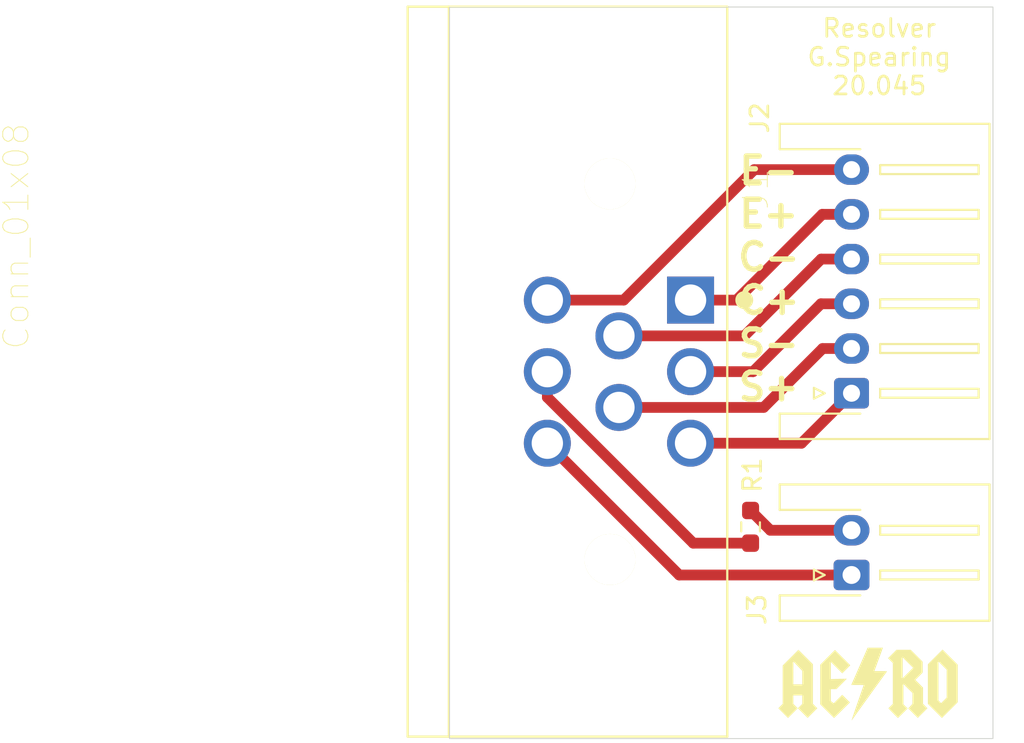
<source format=kicad_pcb>
(kicad_pcb (version 20211014) (generator pcbnew)
  (layers (0 "F.Cu" signal) (31 "B.Cu" signal) (34 "B.Paste" user) (35 "F.Paste" user) (36 "B.SilkS" user "B.Silkscreen") (37 "F.SilkS" user "F.Silkscreen") (38 "B.Mask" user) (39 "F.Mask" user) (44 "Edge.Cuts" user))
  (net 0 "")
  (net 1 "/TEMP-")
  (net 2 "/TEMP+")
  (net 3 "/COS-")
  (net 4 "/SIN-")
  (net 5 "/COS+")
  (net 6 "/SIN+")
  (net 7 "/EXT-")
  (net 8 "/EXT+")
  (net 9 "+5V")
  (footprint "Connector_JST:JST_XH_S2B-XH-A-1_1x02_P2.50mm_Horizontal" (layer "F.Cu") (at 144.4996 80.39 90)
    (fp_text reference "J3" (at -1.9304 -5.2832 90) (layer "F.SilkS"))
    (fp_text value "Conn_01x02")
    (fp_line (start 2.75 7.1) (end 2.75 1.6) (layer "F.SilkS") (width 0.12))
    (fp_line (start 5.06 7.71) (end 5.06 -4.01) (layer "F.SilkS") (width 0.12))
    (fp_line (start 1.25 7.71) (end 5.06 7.71) (layer "F.SilkS") (width 0.12))
    (fp_line (start -0.25 1.6) (end -0.25 7.1) (layer "F.SilkS") (width 0.12))
    (fp_line (start 2.25 7.1) (end 2.75 7.1) (layer "F.SilkS") (width 0.12))
    (fp_line (start -0.25 7.1) (end 0.25 7.1) (layer "F.SilkS") (width 0.12))
    (fp_line (start -2.56 7.71) (end -2.56 -4.01) (layer "F.SilkS") (width 0.12))
    (fp_line (start 0.3 -2.1) (end 0 -1.5) (layer "F.SilkS") (width 0.12))
    (fp_line (start 0 -1.5) (end -0.3 -2.1) (layer "F.SilkS") (width 0.12))
    (fp_line (start -0.3 -2.1) (end 0.3 -2.1) (layer "F.SilkS") (width 0.12))
    (fp_line (start -2.56 -4.01) (end -1.14 -4.01) (layer "F.SilkS") (width 0.12))
    (fp_line (start -1.14 -4.01) (end -1.14 0.49) (layer "F.SilkS") (width 0.12))
    (fp_line (start 3.64 -4.01) (end 3.64 0.49) (layer "F.SilkS") (width 0.12))
    (fp_line (start 2.25 1.6) (end 2.25 7.1) (layer "F.SilkS") (width 0.12))
    (fp_line (start 2.75 1.6) (end 2.25 1.6) (layer "F.SilkS") (width 0.12))
    (fp_line (start 0.25 1.6) (end -0.25 1.6) (layer "F.SilkS") (width 0.12))
    (fp_line (start 0.25 7.1) (end 0.25 1.6) (layer "F.SilkS") (width 0.12))
    (fp_line (start 1.25 7.71) (end -2.56 7.71) (layer "F.SilkS") (width 0.12))
    (fp_line (start 5.06 -4.01) (end 3.64 -4.01) (layer "F.SilkS") (width 0.12))
    (pad "1" thru_hole roundrect (at 0 0 90) (size 1.7 2) (drill 1) (layers *.Cu *.Mask) (roundrect_rratio 0.147059) (net 1 "/TEMP-"))
    (pad "2" thru_hole oval (at 2.5 0 90) (size 1.7 2) (drill 1) (layers *.Cu *.Mask) (net 2 "/TEMP+"))
  )
  (footprint "Resistor_SMD:R_0603_1608Metric_Pad0.98x0.95mm_HandSolder" (layer "F.Cu") (at 138.8608 77.6976 90)
    (fp_text reference "R1" (at 2.8956 0.1016 90) (layer "F.SilkS"))
    (fp_text value "R")
    (fp_line (start -0.254724 -0.5225) (end 0.254724 -0.5225) (layer "F.SilkS") (width 0.12))
    (fp_line (start -0.254724 0.5225) (end 0.254724 0.5225) (layer "F.SilkS") (width 0.12))
    (pad "1" smd roundrect (at -0.9125 0 90) (size 0.975 0.95) (layers "F.Cu" "F.Paste" "F.Mask") (net 9 "+5V"))
    (pad "2" smd roundrect (at 0.9125 0 90) (size 0.975 0.95) (layers "F.Cu" "F.Paste" "F.Mask") (net 2 "/TEMP+"))
  )
  (footprint "Connector_JST:JST_XH_S6B-XH-A-1_1x06_P2.50mm_Horizontal" (layer "F.Cu") (at 144.4996 70.23 90)
    (fp_text reference "J2" (at 15.3924 -5.1308 90) (layer "F.SilkS"))
    (fp_text value "Conn_01x06")
    (fp_line (start 7.25 1.6) (end 7.25 7.1) (layer "F.SilkS") (width 0.12))
    (fp_line (start 12.75 7.1) (end 12.75 1.6) (layer "F.SilkS") (width 0.12))
    (fp_line (start -0.25 7.1) (end 0.25 7.1) (layer "F.SilkS") (width 0.12))
    (fp_line (start 12.75 1.6) (end 12.25 1.6) (layer "F.SilkS") (width 0.12))
    (fp_line (start 10.25 1.6) (end 9.75 1.6) (layer "F.SilkS") (width 0.12))
    (fp_line (start 15.06 7.71) (end 15.06 -4.01) (layer "F.SilkS") (width 0.12))
    (fp_line (start 9.75 1.6) (end 9.75 7.1) (layer "F.SilkS") (width 0.12))
    (fp_line (start 2.75 1.6) (end 2.25 1.6) (layer "F.SilkS") (width 0.12))
    (fp_line (start 0.3 -2.1) (end 0 -1.5) (layer "F.SilkS") (width 0.12))
    (fp_line (start 6.25 7.71) (end -2.56 7.71) (layer "F.SilkS") (width 0.12))
    (fp_line (start -0.3 -2.1) (end 0.3 -2.1) (layer "F.SilkS") (width 0.12))
    (fp_line (start 4.75 7.1) (end 5.25 7.1) (layer "F.SilkS") (width 0.12))
    (fp_line (start 7.25 7.1) (end 7.75 7.1) (layer "F.SilkS") (width 0.12))
    (fp_line (start 9.75 7.1) (end 10.25 7.1) (layer "F.SilkS") (width 0.12))
    (fp_line (start 12.25 7.1) (end 12.75 7.1) (layer "F.SilkS") (width 0.12))
    (fp_line (start -0.25 1.6) (end -0.25 7.1) (layer "F.SilkS") (width 0.12))
    (fp_line (start 7.75 1.6) (end 7.25 1.6) (layer "F.SilkS") (width 0.12))
    (fp_line (start -2.56 7.71) (end -2.56 -4.01) (layer "F.SilkS") (width 0.12))
    (fp_line (start 7.75 7.1) (end 7.75 1.6) (layer "F.SilkS") (width 0.12))
    (fp_line (start 10.25 7.1) (end 10.25 1.6) (layer "F.SilkS") (width 0.12))
    (fp_line (start 2.75 7.1) (end 2.75 1.6) (layer "F.SilkS") (width 0.12))
    (fp_line (start -1.14 -4.01) (end -1.14 0.49) (layer "F.SilkS") (width 0.12))
    (fp_line (start -2.56 -4.01) (end -1.14 -4.01) (layer "F.SilkS") (width 0.12))
    (fp_line (start 5.25 1.6) (end 4.75 1.6) (layer "F.SilkS") (width 0.12))
    (fp_line (start 0.25 7.1) (end 0.25 1.6) (layer "F.SilkS") (width 0.12))
    (fp_line (start 4.75 1.6) (end 4.75 7.1) (layer "F.SilkS") (width 0.12))
    (fp_line (start 0 -1.5) (end -0.3 -2.1) (layer "F.SilkS") (width 0.12))
    (fp_line (start 6.25 7.71) (end 15.06 7.71) (layer "F.SilkS") (width 0.12))
    (fp_line (start 5.25 7.1) (end 5.25 1.6) (layer "F.SilkS") (width 0.12))
    (fp_line (start 2.25 1.6) (end 2.25 7.1) (layer "F.SilkS") (width 0.12))
    (fp_line (start 15.06 -4.01) (end 13.64 -4.01) (layer "F.SilkS") (width 0.12))
    (fp_line (start 13.64 -4.01) (end 13.64 0.49) (layer "F.SilkS") (width 0.12))
    (fp_line (start 0.25 1.6) (end -0.25 1.6) (layer "F.SilkS") (width 0.12))
    (fp_line (start 12.25 1.6) (end 12.25 7.1) (layer "F.SilkS") (width 0.12))
    (fp_line (start 2.25 7.1) (end 2.75 7.1) (layer "F.SilkS") (width 0.12))
    (pad "1" thru_hole roundrect (at 0 0 90) (size 1.7 1.95) (drill 0.95) (layers *.Cu *.Mask) (roundrect_rratio 0.147059) (net 6 "/SIN+"))
    (pad "2" thru_hole oval (at 2.5 0 90) (size 1.7 1.95) (drill 0.95) (layers *.Cu *.Mask) (net 4 "/SIN-"))
    (pad "3" thru_hole oval (at 5 0 90) (size 1.7 1.95) (drill 0.95) (layers *.Cu *.Mask) (net 5 "/COS+"))
    (pad "4" thru_hole oval (at 7.5 0 90) (size 1.7 1.95) (drill 0.95) (layers *.Cu *.Mask) (net 3 "/COS-"))
    (pad "5" thru_hole oval (at 10 0 90) (size 1.7 1.95) (drill 0.95) (layers *.Cu *.Mask) (net 8 "/EXT+"))
    (pad "6" thru_hole oval (at 12.5 0 90) (size 1.7 1.95) (drill 0.95) (layers *.Cu *.Mask) (net 7 "/EXT-"))
  )
  (footprint "AERO_Footprints:TE_1-776280-1_8pin_Horizontal" (layer "F.Cu") (at 131.008 69.024 -90)
    (fp_text reference "J1" (at -10.1999 -8.14372 90) (layer "F.SilkS") (effects (font (size 1.40081 1.40081) (thickness 0.05))))
    (fp_text value "Conn_01x08" (at -7.56757 33.1663 90) (layer "F.SilkS") (effects (font (size 1.40234 1.40234) (thickness 0.05))))
    (fp_text user "PCB~{EDGE}" (at -4.00474 8.51007 90) (layer "Edge.Cuts") (effects (font (thickness 0.05))))
    (fp_line (start 20.4 -6.55) (end 20.4 9) (layer "F.SilkS") (width 0.127))
    (fp_line (start -20.4 -6.55) (end 20.4 -6.55) (layer "F.SilkS") (width 0.127))
    (fp_line (start 20.4 11.3) (end 11.7 11.3) (layer "F.SilkS") (width 0.127))
    (fp_line (start -20.4 9) (end -20.4 -6.55) (layer "F.SilkS") (width 0.127))
    (fp_line (start 11.7 11.3) (end -20.4 11.3) (layer "F.SilkS") (width 0.127))
    (fp_line (start 20.4 9) (end -20.4 9) (layer "F.SilkS") (width 0.127))
    (fp_line (start -20.4 11.3) (end -20.4 9) (layer "F.SilkS") (width 0.127))
    (fp_line (start 20.4 9) (end 20.4 11.3) (layer "F.SilkS") (width 0.127))
    (fp_circle (center -4 -7.5) (end -3.75 -7.5) (layer "F.SilkS") (width 0.5) (fill none))
    (pad "" np_thru_hole circle (at -10.5 0 270) (size 2.85 2.85) (drill 2.85) (layers *.Cu *.Mask "F.SilkS"))
    (pad "" np_thru_hole circle (at 10.5 0 270) (size 2.85 2.85) (drill 2.85) (layers *.Cu *.Mask "F.SilkS"))
    (pad "1" thru_hole rect (at -4 -4.5 270) (size 2.625 2.625) (drill 1.75) (layers *.Cu *.Mask) (net 8 "/EXT+"))
    (pad "2" thru_hole circle (at 0 -4.5 270) (size 2.625 2.625) (drill 1.75) (layers *.Cu *.Mask) (net 5 "/COS+"))
    (pad "3" thru_hole circle (at 4 -4.5 270) (size 2.625 2.625) (drill 1.75) (layers *.Cu *.Mask) (net 6 "/SIN+"))
    (pad "4" thru_hole circle (at -2 -0.5 270) (size 2.625 2.625) (drill 1.75) (layers *.Cu *.Mask) (net 3 "/COS-"))
    (pad "5" thru_hole circle (at 2 -0.5 270) (size 2.625 2.625) (drill 1.75) (layers *.Cu *.Mask) (net 4 "/SIN-"))
    (pad "6" thru_hole circle (at -4 3.5 270) (size 2.625 2.625) (drill 1.75) (layers *.Cu *.Mask) (net 7 "/EXT-"))
    (pad "7" thru_hole circle (at 0 3.5 270) (size 2.625 2.625) (drill 1.75) (layers *.Cu *.Mask) (net 9 "+5V"))
    (pad "8" thru_hole circle (at 4 3.5 270) (size 2.625 2.625) (drill 1.75) (layers *.Cu *.Mask) (net 1 "/TEMP-"))
  )
  (footprint "AERO_Footprints:AERO_Logo_10x4mm" (layer "F.Cu") (at 145.415 86.487)
    (fp_text reference "G***" hide)
    (fp_text value "LOGO" hide)
    (fp_poly (pts (xy 0.594221 -1.374862) (xy 0.354968 -0.722385) (xy 0.717059 -0.722385) (xy 0.853644 -0.722106) (xy 0.949683 -0.720764) (xy 1.011233 -0.717601) (xy 1.044352 -0.711857) (xy 1.055098 -0.702775) (xy 1.049529 -0.689597) (xy 1.04285 -0.681606) (xy 1.024199 -0.657081) (xy 0.981096 -0.598426) (xy 0.91624 -0.509389) (xy 0.83233 -0.39372) (xy 0.732061 -0.25517) (xy 0.618134 -0.097489) (xy 0.493246 0.075575) (xy 0.360094 0.26027) (xy 0.221378 0.452846) (xy 0.079794 0.649555) (xy -0.061959 0.846645) (xy -0.201183 1.040368) (xy -0.33518 1.226972) (xy -0.461252 1.402708) (xy -0.576701 1.563827) (xy -0.67883 1.706578) (xy -0.764939 1.827211) (xy -0.832331 1.921976) (xy -0.878309 1.987123) (xy -0.900173 2.018903) (xy -0.900652 2.019655) (xy -0.898812 2.007273) (xy -0.882983 1.955011) (xy -0.854541 1.86699) (xy -0.814862 1.74733) (xy -0.765324 1.600151) (xy -0.707302 1.429575) (xy -0.642173 1.23972) (xy -0.580239 1.060454) (xy -0.509049 0.854915) (xy -0.442772 0.663314) (xy -0.382925 0.490054) (xy -0.331024 0.33954) (xy -0.288589 0.216175) (xy -0.257135 0.124363) (xy -0.23818 0.068509) (xy -0.233027 0.05261) (xy -0.254981 0.050511) (xy -0.315447 0.048732) (xy -0.406333 0.047414) (xy -0.519545 0.046696) (xy -0.579325 0.046605) (xy -0.925622 0.046605) (xy -0.665354 -0.541789) (xy -0.583068 -0.727996) (xy -0.494257 -0.929277) (xy -0.404488 -1.132995) (xy -0.319327 -1.326516) (xy -0.244339 -1.497202) (xy -0.208576 -1.578762) (xy -0.012066 -2.027339) (xy 0.833473 -2.027339) (xy 0.594221 -1.374862)) (layer "F.SilkS") (width 0.01) (fill solid))
    (fp_poly (pts (xy -1.416608 -1.47486) (xy -0.991063 -1.048849) (xy -1.21171 -0.827281) (xy -1.432356 -0.605713) (xy -2.073944 -1.246073) (xy -2.073944 -0.277684) (xy -1.189008 -0.291284) (xy -1.473833 -0.005826) (xy -1.758658 0.279633) (xy -2.073944 0.279633) (xy -2.073944 0.953041) (xy -1.990882 1.016396) (xy -1.90782 1.07975) (xy -1.432564 0.606112) (xy -1.01212 1.026556) (xy -1.444776 1.457039) (xy -1.561006 1.57228) (xy -1.666275 1.675877) (xy -1.75613 1.763512) (xy -1.82612 1.830866) (xy -1.871792 1.873621) (xy -1.888568 1.887523) (xy -1.907491 1.871751) (xy -1.954481 1.827522) (xy -2.024781 1.759462) (xy -2.113633 1.672199) (xy -2.21628 1.570361) (xy -2.278108 1.508596) (xy -2.656513 1.129669) (xy -2.656513 -1.081938) (xy -2.249333 -1.491404) (xy -1.842152 -1.900871) (xy -1.416608 -1.47486)) (layer "F.SilkS") (width 0.01) (fill solid))
    (fp_poly (pts (xy -3.477698 -1.508623) (xy -3.075963 -1.106395) (xy -3.075963 1.105415) (xy -2.954085 1.228826) (xy -2.832208 1.352236) (xy -3.09998 1.620008) (xy -3.367752 1.887779) (xy -3.902032 1.351979) (xy -3.658532 1.105415) (xy -3.658532 0.629174) (xy -4.171192 0.629174) (xy -4.171192 1.105415) (xy -4.049315 1.228826) (xy -3.927437 1.352236) (xy -4.195209 1.620008) (xy -4.462981 1.887779) (xy -4.997261 1.351979) (xy -4.753761 1.105415) (xy -4.753761 0.023303) (xy -4.171192 0.023303) (xy -3.658532 0.023303) (xy -3.658532 -0.735332) (xy -3.913681 -1.002666) (xy -4.168831 -1.27) (xy -4.170011 -0.623349) (xy -4.171192 0.023303) (xy -4.753761 0.023303) (xy -4.753761 -1.037433) (xy -4.316597 -1.474142) (xy -3.879434 -1.910851) (xy -3.477698 -1.508623)) (layer "F.SilkS") (width 0.01) (fill solid))
    (fp_poly (pts (xy 3.052661 -1.246114) (xy 3.052661 -0.641748) (xy 2.645809 -0.233002) (xy 2.860886 -0.017026) (xy 3.075964 0.198949) (xy 3.075964 1.105415) (xy 3.197841 1.228826) (xy 3.319719 1.352236) (xy 3.051947 1.620008) (xy 2.784175 1.887779) (xy 2.261465 1.363211) (xy 2.491377 1.106881) (xy 2.492386 0.803547) (xy 2.493395 0.500214) (xy 2.237065 0.244679) (xy 1.980734 -0.010857) (xy 1.980734 1.131935) (xy 2.097505 1.246951) (xy 2.214276 1.361966) (xy 1.952243 1.624744) (xy 1.862409 1.713933) (xy 1.783925 1.790151) (xy 1.722682 1.847811) (xy 1.684576 1.881323) (xy 1.675144 1.887523) (xy 1.654733 1.87152) (xy 1.608141 1.827324) (xy 1.541156 1.760657) (xy 1.459566 1.677241) (xy 1.405051 1.620528) (xy 1.150023 1.353533) (xy 1.274094 1.231003) (xy 1.398166 1.108473) (xy 1.398166 -0.314816) (xy 1.934129 -0.314816) (xy 2.231125 -0.611812) (xy 2.528121 -0.908807) (xy 1.934129 -1.502799) (xy 1.934129 -0.314816) (xy 1.398166 -0.314816) (xy 1.398166 -1.175438) (xy 1.264759 -1.310251) (xy 1.131352 -1.445065) (xy 1.363358 -1.677945) (xy 1.595365 -1.910826) (xy 2.389135 -1.910826) (xy 3.052661 -1.246114)) (layer "F.SilkS") (width 0.01) (fill solid))
    (fp_poly (pts (xy 4.590646 -1.503024) (xy 5.010092 -1.084064) (xy 5.010092 1.01413) (xy 4.135758 1.887556) (xy 3.745677 1.496968) (xy 3.355597 1.106381) (xy 3.355597 0.91824) (xy 3.938166 0.91824) (xy 4.012973 0.995422) (xy 4.087781 1.072604) (xy 4.246001 0.915597) (xy 4.404221 0.758589) (xy 4.404221 -0.804819) (xy 4.171193 -1.036973) (xy 3.938166 -1.269126) (xy 3.938166 0.91824) (xy 3.355597 0.91824) (xy 3.355597 -1.10738) (xy 3.763398 -1.514682) (xy 4.1712 -1.921985) (xy 4.590646 -1.503024)) (layer "F.SilkS") (width 0.01) (fill solid))
  )
  (gr_rect (start 122.047 48.641) (end 152.4 89.535) (layer "Edge.Cuts") (width 0.05) (fill none))
  (gr_text "E-\nE+\nC-\nC+\nS-\nS+" (at 139.8768 63.8292) (layer "F.SilkS") (effects (font (size 1.5 1.5) (thickness 0.3))))
  (gr_text "Resolver\nG.Spearing\n20.045" (at 146.05 51.435) (layer "F.SilkS") (effects (font (size 1 1))))
  (segment (start 134.874 80.39) (end 144.4996 80.39) (width 0.6) (layer "F.Cu") (net 1))
  (segment (start 127.508 73.024) (end 134.874 80.39) (width 0.6) (layer "F.Cu") (net 1))
  (segment (start 139.9657 77.89) (end 144.4996 77.89) (width 0.6) (layer "F.Cu") (net 2))
  (segment (start 138.8608 76.7851) (end 139.9657 77.89) (width 0.6) (layer "F.Cu") (net 2))
  (segment (start 142.8048 62.73) (end 144.4996 62.73) (width 0.6) (layer "F.Cu") (net 3))
  (segment (start 131.508 67.024) (end 138.5108 67.024) (width 0.6) (layer "F.Cu") (net 3))
  (segment (start 138.5108 67.024) (end 142.8048 62.73) (width 0.6) (layer "F.Cu") (net 3))
  (segment (start 139.5908 71.024) (end 142.8848 67.73) (width 0.6) (layer "F.Cu") (net 4))
  (segment (start 142.8848 67.73) (end 144.4996 67.73) (width 0.6) (layer "F.Cu") (net 4))
  (segment (start 131.508 71.024) (end 139.5908 71.024) (width 0.6) (layer "F.Cu") (net 4))
  (segment (start 135.508 69.024) (end 139 69.024) (width 0.6) (layer "F.Cu") (net 5))
  (segment (start 142.794 65.23) (end 144.4996 65.23) (width 0.6) (layer "F.Cu") (net 5))
  (segment (start 139 69.024) (end 142.794 65.23) (width 0.6) (layer "F.Cu") (net 5))
  (segment (start 141.7056 73.024) (end 144.4996 70.23) (width 0.6) (layer "F.Cu") (net 6))
  (segment (start 135.508 73.024) (end 141.7056 73.024) (width 0.6) (layer "F.Cu") (net 6))
  (segment (start 139.0672 57.73) (end 144.4996 57.73) (width 0.6) (layer "F.Cu") (net 7))
  (segment (start 127.508 65.024) (end 131.7732 65.024) (width 0.6) (layer "F.Cu") (net 7))
  (segment (start 131.7732 65.024) (end 139.0672 57.73) (width 0.6) (layer "F.Cu") (net 7))
  (segment (start 138.0724 65.024) (end 142.8664 60.23) (width 0.6) (layer "F.Cu") (net 8))
  (segment (start 135.508 65.024) (end 138.0724 65.024) (width 0.6) (layer "F.Cu") (net 8))
  (segment (start 142.8664 60.23) (end 144.4996 60.23) (width 0.6) (layer "F.Cu") (net 8))
  (segment (start 127.508 69.024) (end 127.508 70.4596) (width 0.6) (layer "F.Cu") (net 9))
  (segment (start 127.508 70.4596) (end 135.6585 78.6101) (width 0.6) (layer "F.Cu") (net 9))
  (segment (start 135.6585 78.6101) (end 138.8608 78.6101) (width 0.6) (layer "F.Cu") (net 9))
)
</source>
